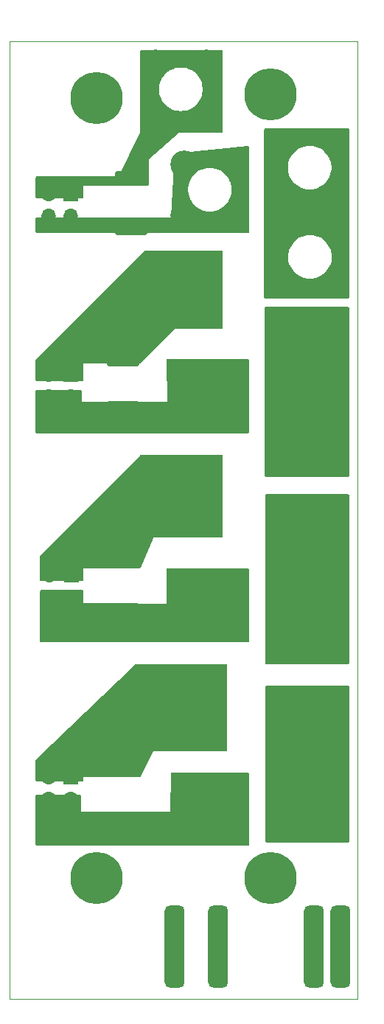
<source format=gbr>
%TF.GenerationSoftware,KiCad,Pcbnew,(6.0.11-0)*%
%TF.CreationDate,2024-06-01T13:31:21-07:00*%
%TF.ProjectId,SC_SQUID_biasBoard,53435f53-5155-4494-945f-62696173426f,v3D.0*%
%TF.SameCoordinates,Original*%
%TF.FileFunction,Copper,L1,Top*%
%TF.FilePolarity,Positive*%
%FSLAX46Y46*%
G04 Gerber Fmt 4.6, Leading zero omitted, Abs format (unit mm)*
G04 Created by KiCad (PCBNEW (6.0.11-0)) date 2024-06-01 13:31:21*
%MOMM*%
%LPD*%
G01*
G04 APERTURE LIST*
G04 Aperture macros list*
%AMRoundRect*
0 Rectangle with rounded corners*
0 $1 Rounding radius*
0 $2 $3 $4 $5 $6 $7 $8 $9 X,Y pos of 4 corners*
0 Add a 4 corners polygon primitive as box body*
4,1,4,$2,$3,$4,$5,$6,$7,$8,$9,$2,$3,0*
0 Add four circle primitives for the rounded corners*
1,1,$1+$1,$2,$3*
1,1,$1+$1,$4,$5*
1,1,$1+$1,$6,$7*
1,1,$1+$1,$8,$9*
0 Add four rect primitives between the rounded corners*
20,1,$1+$1,$2,$3,$4,$5,0*
20,1,$1+$1,$4,$5,$6,$7,0*
20,1,$1+$1,$6,$7,$8,$9,0*
20,1,$1+$1,$8,$9,$2,$3,0*%
G04 Aperture macros list end*
%TA.AperFunction,Profile*%
%ADD10C,0.100000*%
%TD*%
%TA.AperFunction,ComponentPad*%
%ADD11RoundRect,0.100000X-1.900000X-0.900000X1.900000X-0.900000X1.900000X0.900000X-1.900000X0.900000X0*%
%TD*%
%TA.AperFunction,SMDPad,CuDef*%
%ADD12R,4.000000X2.500000*%
%TD*%
%TA.AperFunction,ComponentPad*%
%ADD13C,8.500000*%
%TD*%
%TA.AperFunction,ComponentPad*%
%ADD14C,3.200000*%
%TD*%
%TA.AperFunction,ComponentPad*%
%ADD15R,2.540000X2.540000*%
%TD*%
%TA.AperFunction,ComponentPad*%
%ADD16R,1.700000X1.700000*%
%TD*%
%TA.AperFunction,ComponentPad*%
%ADD17O,1.700000X1.700000*%
%TD*%
%TA.AperFunction,SMDPad,CuDef*%
%ADD18RoundRect,0.165000X1.685000X-0.660000X1.685000X0.660000X-1.685000X0.660000X-1.685000X-0.660000X0*%
%TD*%
%TA.AperFunction,SMDPad,CuDef*%
%ADD19RoundRect,0.571500X-0.571500X-4.128500X0.571500X-4.128500X0.571500X4.128500X-0.571500X4.128500X0*%
%TD*%
%TA.AperFunction,SMDPad,CuDef*%
%ADD20RoundRect,0.571500X0.571500X4.128500X-0.571500X4.128500X-0.571500X-4.128500X0.571500X-4.128500X0*%
%TD*%
%TA.AperFunction,ComponentPad*%
%ADD21C,6.000000*%
%TD*%
G04 APERTURE END LIST*
D10*
X175000000Y-41000000D02*
X135000000Y-41000000D01*
X135000000Y-41000000D02*
X135000000Y-151000000D01*
X135000000Y-151000000D02*
X175000000Y-151000000D01*
X175000000Y-151000000D02*
X175000000Y-41000000D01*
D11*
%TO.P,J20,1,Pin_1*%
%TO.N,/TES_return_iv*%
X169500000Y-117500000D03*
X169500000Y-121500000D03*
D12*
X169500000Y-119500000D03*
%TD*%
D11*
%TO.P,J19,1,Pin_1*%
%TO.N,/TES_return_iv*%
X169500000Y-126500000D03*
X169500000Y-130500000D03*
D12*
X169500000Y-128500000D03*
%TD*%
D13*
%TO.P,J16,1,Pin_1*%
%TO.N,/TES_return_ii*%
X169470000Y-85920000D03*
%TD*%
%TO.P,J15,1,Pin_1*%
%TO.N,/TES_return_ii*%
X169470000Y-76420000D03*
%TD*%
D14*
%TO.P,J14,1,Pin_1*%
%TO.N,/TES_return_i*%
X166565000Y-68685000D03*
X172435000Y-62815000D03*
X172435000Y-68685000D03*
X166565000Y-62815000D03*
%TD*%
%TO.P,J13,1,Pin_1*%
%TO.N,/TES_return_i*%
X166540000Y-58435000D03*
X172410000Y-52565000D03*
X172410000Y-58435000D03*
X166540000Y-52565000D03*
%TD*%
D12*
%TO.P,J12,1,Pin_1*%
%TO.N,/SQUID_return_iv*%
X159000000Y-129200000D03*
D11*
X159000000Y-131200000D03*
X159000000Y-127200000D03*
%TD*%
%TO.P,J11,1,Pin_1*%
%TO.N,/TES_src_iv*%
X154000000Y-115500000D03*
X154000000Y-119500000D03*
D12*
X154000000Y-117500000D03*
%TD*%
D13*
%TO.P,J8,1,Pin_1*%
%TO.N,/SQUID_return_ii*%
X157970000Y-81680000D03*
%TD*%
%TO.P,J7,1,Pin_1*%
%TO.N,/TES_src_ii*%
X154645000Y-69420000D03*
%TD*%
D14*
%TO.P,J6,1,Pin_1*%
%TO.N,/SQUID_return_i*%
X155065000Y-55090000D03*
X160935000Y-60960000D03*
X160935000Y-55090000D03*
X155065000Y-60960000D03*
%TD*%
%TO.P,J5,1,Pin_1*%
%TO.N,/TES_src_i*%
X151740000Y-49435000D03*
X157610000Y-43565000D03*
X157610000Y-49435000D03*
X151740000Y-43565000D03*
%TD*%
D15*
%TO.P,J10,1,Pin_1*%
%TO.N,/SQUID_return_iii*%
X160540000Y-108200000D03*
X160540000Y-105660000D03*
X155460000Y-103120000D03*
X155460000Y-108200000D03*
X158000000Y-105660000D03*
X158000000Y-103120000D03*
X160540000Y-103120000D03*
X158000000Y-108200000D03*
X155460000Y-105660000D03*
%TD*%
D16*
%TO.P,J3,1,Pin_1*%
%TO.N,/TES_src_iii*%
X142140000Y-102250000D03*
D17*
%TO.P,J3,2,Pin_2*%
X139600000Y-102250000D03*
%TO.P,J3,3,Pin_3*%
%TO.N,/SQUID_return_iii*%
X142140000Y-104790000D03*
%TO.P,J3,4,Pin_4*%
X139600000Y-104790000D03*
%TD*%
D15*
%TO.P,J17,1,Pin_1*%
%TO.N,/TES_return_iii*%
X169500000Y-95320000D03*
X169500000Y-97860000D03*
X172040000Y-100400000D03*
X169500000Y-100400000D03*
X172040000Y-95320000D03*
X166960000Y-95320000D03*
X166960000Y-97860000D03*
X172040000Y-97860000D03*
X166960000Y-100400000D03*
%TD*%
D16*
%TO.P,J2,1,Pin_1*%
%TO.N,/TES_src_ii*%
X142000000Y-79250000D03*
D17*
%TO.P,J2,2,Pin_2*%
X139460000Y-79250000D03*
%TO.P,J2,3,Pin_3*%
%TO.N,/SQUID_return_ii*%
X142000000Y-81790000D03*
%TO.P,J2,4,Pin_4*%
X139460000Y-81790000D03*
%TD*%
D15*
%TO.P,J18,1,Pin_1*%
%TO.N,/TES_return_iii*%
X169500000Y-104820000D03*
X166960000Y-107360000D03*
X172040000Y-104820000D03*
X169500000Y-107360000D03*
X166960000Y-109900000D03*
X169500000Y-109900000D03*
X172040000Y-109900000D03*
X166960000Y-104820000D03*
X172040000Y-107360000D03*
%TD*%
D18*
%TO.P,R4,1*%
%TO.N,/TES_src_iv*%
X148000000Y-124650000D03*
%TO.P,R4,2*%
%TO.N,/SQUID_return_iv*%
X148000000Y-130350000D03*
%TD*%
%TO.P,R1,1*%
%TO.N,/TES_src_i*%
X148975000Y-56725000D03*
%TO.P,R1,2*%
%TO.N,/SQUID_return_i*%
X148975000Y-62425000D03*
%TD*%
%TO.P,R2,1*%
%TO.N,/TES_src_ii*%
X148000000Y-77450000D03*
%TO.P,R2,2*%
%TO.N,/SQUID_return_ii*%
X148000000Y-83150000D03*
%TD*%
D16*
%TO.P,J1,1,Pin_1*%
%TO.N,/TES_src_i*%
X142000000Y-58500000D03*
D17*
%TO.P,J1,2,Pin_2*%
X139460000Y-58500000D03*
%TO.P,J1,3,Pin_3*%
%TO.N,/SQUID_return_i*%
X142000000Y-61040000D03*
%TO.P,J1,4,Pin_4*%
X139460000Y-61040000D03*
%TD*%
D19*
%TO.P,HS1,1*%
%TO.N,unconnected-(HS1-Pad1)*%
X170000000Y-144950000D03*
%TD*%
D15*
%TO.P,J9,1,Pin_1*%
%TO.N,/TES_src_iii*%
X152135000Y-93000000D03*
X154675000Y-90460000D03*
X157215000Y-90460000D03*
X157215000Y-95540000D03*
X154675000Y-95540000D03*
X157215000Y-93000000D03*
X152135000Y-90460000D03*
X152135000Y-95540000D03*
X154675000Y-93000000D03*
%TD*%
D20*
%TO.P,HS4,1*%
%TO.N,unconnected-(HS4-Pad1)*%
X159000000Y-144950000D03*
%TD*%
D19*
%TO.P,HS2,1*%
%TO.N,unconnected-(HS2-Pad1)*%
X154000000Y-144950000D03*
%TD*%
%TO.P,HS3,1*%
%TO.N,unconnected-(HS3-Pad1)*%
X173000000Y-144950000D03*
%TD*%
D16*
%TO.P,J4,1,Pin_1*%
%TO.N,/TES_src_iv*%
X142000000Y-125500000D03*
D17*
%TO.P,J4,2,Pin_2*%
X139460000Y-125500000D03*
%TO.P,J4,3,Pin_3*%
%TO.N,/SQUID_return_iv*%
X142000000Y-128040000D03*
%TO.P,J4,4,Pin_4*%
X139460000Y-128040000D03*
%TD*%
D18*
%TO.P,R3,1*%
%TO.N,/TES_src_iii*%
X148000000Y-100650000D03*
%TO.P,R3,2*%
%TO.N,/SQUID_return_iii*%
X148000000Y-106350000D03*
%TD*%
D21*
%TO.P,H2,1*%
%TO.N,N/C*%
X145000000Y-47500000D03*
%TD*%
%TO.P,H4,1*%
%TO.N,N/C*%
X165000000Y-137050000D03*
%TD*%
%TO.P,H1,1*%
%TO.N,N/C*%
X145000000Y-137050000D03*
%TD*%
%TO.P,H3,1*%
%TO.N,N/C*%
X165000000Y-47050000D03*
%TD*%
%TA.AperFunction,Conductor*%
%TO.N,/SQUID_return_ii*%
G36*
X162442121Y-77520002D02*
G01*
X162488614Y-77573658D01*
X162500000Y-77626000D01*
X162500000Y-85874000D01*
X162479998Y-85942121D01*
X162426342Y-85988614D01*
X162374000Y-86000000D01*
X138126000Y-86000000D01*
X138057879Y-85979998D01*
X138011386Y-85926342D01*
X138000000Y-85874000D01*
X138000000Y-81126599D01*
X138020002Y-81058478D01*
X138073658Y-81011985D01*
X138126597Y-81000600D01*
X138477194Y-81002262D01*
X143151817Y-81024416D01*
X143219841Y-81044741D01*
X143266079Y-81098616D01*
X143277199Y-81148165D01*
X143300000Y-82425000D01*
X143313409Y-82424817D01*
X143313410Y-82424817D01*
X147427246Y-82368610D01*
X148023977Y-82360457D01*
X148026052Y-82360446D01*
X153100000Y-82375000D01*
X153099702Y-82360457D01*
X153002638Y-77628584D01*
X153021238Y-77560067D01*
X153073929Y-77512484D01*
X153128611Y-77500000D01*
X162374000Y-77500000D01*
X162442121Y-77520002D01*
G37*
%TD.AperFunction*%
%TD*%
%TA.AperFunction,Conductor*%
%TO.N,/TES_return_ii*%
G36*
X173942121Y-71520002D02*
G01*
X173988614Y-71573658D01*
X174000000Y-71626000D01*
X174000000Y-90874000D01*
X173979998Y-90942121D01*
X173926342Y-90988614D01*
X173874000Y-91000000D01*
X164426000Y-91000000D01*
X164357879Y-90979998D01*
X164311386Y-90926342D01*
X164300000Y-90874000D01*
X164300000Y-71626000D01*
X164320002Y-71557879D01*
X164373658Y-71511386D01*
X164426000Y-71500000D01*
X173874000Y-71500000D01*
X173942121Y-71520002D01*
G37*
%TD.AperFunction*%
%TD*%
%TA.AperFunction,Conductor*%
%TO.N,/SQUID_return_iv*%
G36*
X162442121Y-125020002D02*
G01*
X162488614Y-125073658D01*
X162500000Y-125126000D01*
X162500000Y-133224000D01*
X162479998Y-133292121D01*
X162426342Y-133338614D01*
X162374000Y-133350000D01*
X138126000Y-133350000D01*
X138057879Y-133329998D01*
X138011386Y-133276342D01*
X138000000Y-133224000D01*
X138000000Y-127626000D01*
X138020002Y-127557879D01*
X138073658Y-127511386D01*
X138126000Y-127500000D01*
X143100585Y-127500000D01*
X143168706Y-127520002D01*
X143215199Y-127573658D01*
X143226575Y-127624404D01*
X143250000Y-129475000D01*
X147720115Y-129472332D01*
X153471571Y-129468900D01*
X153471572Y-129468900D01*
X153489688Y-129468889D01*
X153499710Y-125125709D01*
X153519870Y-125057635D01*
X153573632Y-125011266D01*
X153625710Y-125000000D01*
X162374000Y-125000000D01*
X162442121Y-125020002D01*
G37*
%TD.AperFunction*%
%TD*%
%TA.AperFunction,Conductor*%
%TO.N,/TES_return_iv*%
G36*
X173942121Y-115020002D02*
G01*
X173988614Y-115073658D01*
X174000000Y-115126000D01*
X174000000Y-132874000D01*
X173979998Y-132942121D01*
X173926342Y-132988614D01*
X173874000Y-133000000D01*
X164526000Y-133000000D01*
X164457879Y-132979998D01*
X164411386Y-132926342D01*
X164400000Y-132874000D01*
X164400000Y-115126000D01*
X164420002Y-115057879D01*
X164473658Y-115011386D01*
X164526000Y-115000000D01*
X173874000Y-115000000D01*
X173942121Y-115020002D01*
G37*
%TD.AperFunction*%
%TD*%
%TA.AperFunction,Conductor*%
%TO.N,/TES_return_iii*%
G36*
X173942121Y-93020002D02*
G01*
X173988614Y-93073658D01*
X174000000Y-93126000D01*
X174000000Y-112374000D01*
X173979998Y-112442121D01*
X173926342Y-112488614D01*
X173874000Y-112500000D01*
X164476000Y-112500000D01*
X164407879Y-112479998D01*
X164361386Y-112426342D01*
X164350000Y-112374000D01*
X164350000Y-93126000D01*
X164370002Y-93057879D01*
X164423658Y-93011386D01*
X164476000Y-93000000D01*
X173874000Y-93000000D01*
X173942121Y-93020002D01*
G37*
%TD.AperFunction*%
%TD*%
%TA.AperFunction,Conductor*%
%TO.N,/TES_src_iv*%
G36*
X159942121Y-112520002D02*
G01*
X159988614Y-112573658D01*
X160000000Y-112626000D01*
X160000000Y-122374000D01*
X159979998Y-122442121D01*
X159926342Y-122488614D01*
X159874000Y-122500000D01*
X151500000Y-122500000D01*
X151492404Y-122515192D01*
X150034826Y-125430349D01*
X149986471Y-125482333D01*
X149922128Y-125500000D01*
X143500000Y-125500000D01*
X143500000Y-125874000D01*
X143479998Y-125942121D01*
X143426342Y-125988614D01*
X143374000Y-126000000D01*
X138126000Y-126000000D01*
X138057879Y-125979998D01*
X138011386Y-125926342D01*
X138000000Y-125874000D01*
X138000000Y-123553839D01*
X138020002Y-123485718D01*
X138038906Y-123462786D01*
X149463465Y-112534947D01*
X149526518Y-112502315D01*
X149550559Y-112500000D01*
X159874000Y-112500000D01*
X159942121Y-112520002D01*
G37*
%TD.AperFunction*%
%TD*%
%TA.AperFunction,Conductor*%
%TO.N,/TES_src_ii*%
G36*
X159442121Y-65020002D02*
G01*
X159488614Y-65073658D01*
X159500000Y-65126000D01*
X159500000Y-73874000D01*
X159479998Y-73942121D01*
X159426342Y-73988614D01*
X159374000Y-74000000D01*
X154000000Y-74000000D01*
X150036905Y-77963095D01*
X149974593Y-77997121D01*
X149947810Y-78000000D01*
X143500000Y-78000000D01*
X143500000Y-79874000D01*
X143479998Y-79942121D01*
X143426342Y-79988614D01*
X143374000Y-80000000D01*
X138126000Y-80000000D01*
X138057879Y-79979998D01*
X138011386Y-79926342D01*
X138000000Y-79874000D01*
X138000000Y-77552190D01*
X138020002Y-77484069D01*
X138036905Y-77463095D01*
X150463095Y-65036905D01*
X150525407Y-65002879D01*
X150552190Y-65000000D01*
X159374000Y-65000000D01*
X159442121Y-65020002D01*
G37*
%TD.AperFunction*%
%TD*%
%TA.AperFunction,Conductor*%
%TO.N,/TES_src_iii*%
G36*
X159442121Y-88520002D02*
G01*
X159488614Y-88573658D01*
X159500000Y-88626000D01*
X159500000Y-97874000D01*
X159479998Y-97942121D01*
X159426342Y-97988614D01*
X159374000Y-98000000D01*
X151500000Y-98000000D01*
X151492566Y-98017346D01*
X150032728Y-101423634D01*
X149987509Y-101478367D01*
X149916916Y-101500000D01*
X143500000Y-101500000D01*
X143500000Y-102874000D01*
X143479998Y-102942121D01*
X143426342Y-102988614D01*
X143374000Y-103000000D01*
X138626000Y-103000000D01*
X138557879Y-102979998D01*
X138511386Y-102926342D01*
X138500000Y-102874000D01*
X138500000Y-100052190D01*
X138520002Y-99984069D01*
X138536905Y-99963095D01*
X149963095Y-88536905D01*
X150025407Y-88502879D01*
X150052190Y-88500000D01*
X159374000Y-88500000D01*
X159442121Y-88520002D01*
G37*
%TD.AperFunction*%
%TD*%
%TA.AperFunction,Conductor*%
%TO.N,/TES_return_i*%
G36*
X173942121Y-51020002D02*
G01*
X173988614Y-51073658D01*
X174000000Y-51126000D01*
X174000000Y-70374000D01*
X173979998Y-70442121D01*
X173926342Y-70488614D01*
X173874000Y-70500000D01*
X164376000Y-70500000D01*
X164307879Y-70479998D01*
X164261386Y-70426342D01*
X164250000Y-70374000D01*
X164250000Y-65907318D01*
X166999500Y-65907318D01*
X167038934Y-66219473D01*
X167039920Y-66223312D01*
X167116194Y-66520383D01*
X167116197Y-66520391D01*
X167117181Y-66524225D01*
X167233006Y-66816766D01*
X167384584Y-67092484D01*
X167569522Y-67347030D01*
X167784906Y-67576390D01*
X168027337Y-67776947D01*
X168292993Y-67945537D01*
X168296572Y-67947221D01*
X168296579Y-67947225D01*
X168574095Y-68077814D01*
X168574099Y-68077816D01*
X168577685Y-68079503D01*
X168876921Y-68176731D01*
X169185985Y-68235688D01*
X169279489Y-68241571D01*
X169419422Y-68250375D01*
X169419438Y-68250376D01*
X169421417Y-68250500D01*
X169578583Y-68250500D01*
X169580562Y-68250376D01*
X169580578Y-68250375D01*
X169720511Y-68241571D01*
X169814015Y-68235688D01*
X170123079Y-68176731D01*
X170422315Y-68079503D01*
X170425901Y-68077816D01*
X170425905Y-68077814D01*
X170703421Y-67947225D01*
X170703428Y-67947221D01*
X170707007Y-67945537D01*
X170972663Y-67776947D01*
X171215094Y-67576390D01*
X171430478Y-67347030D01*
X171615416Y-67092484D01*
X171766994Y-66816766D01*
X171882819Y-66524225D01*
X171883803Y-66520391D01*
X171883806Y-66520383D01*
X171960080Y-66223312D01*
X171961066Y-66219473D01*
X172000500Y-65907318D01*
X172000500Y-65592682D01*
X171961066Y-65280527D01*
X171932193Y-65168074D01*
X171883806Y-64979617D01*
X171883803Y-64979609D01*
X171882819Y-64975775D01*
X171766994Y-64683234D01*
X171615416Y-64407516D01*
X171430478Y-64152970D01*
X171215094Y-63923610D01*
X170972663Y-63723053D01*
X170707007Y-63554463D01*
X170703428Y-63552779D01*
X170703421Y-63552775D01*
X170425905Y-63422186D01*
X170425901Y-63422184D01*
X170422315Y-63420497D01*
X170123079Y-63323269D01*
X169814015Y-63264312D01*
X169720511Y-63258429D01*
X169580578Y-63249625D01*
X169580562Y-63249624D01*
X169578583Y-63249500D01*
X169421417Y-63249500D01*
X169419438Y-63249624D01*
X169419422Y-63249625D01*
X169279489Y-63258429D01*
X169185985Y-63264312D01*
X168876921Y-63323269D01*
X168577685Y-63420497D01*
X168574099Y-63422184D01*
X168574095Y-63422186D01*
X168296579Y-63552775D01*
X168296572Y-63552779D01*
X168292993Y-63554463D01*
X168027337Y-63723053D01*
X167784906Y-63923610D01*
X167569522Y-64152970D01*
X167384584Y-64407516D01*
X167233006Y-64683234D01*
X167117181Y-64975775D01*
X167116197Y-64979609D01*
X167116194Y-64979617D01*
X167067807Y-65168074D01*
X167038934Y-65280527D01*
X166999500Y-65592682D01*
X166999500Y-65907318D01*
X164250000Y-65907318D01*
X164250000Y-55657318D01*
X166974500Y-55657318D01*
X167013934Y-55969473D01*
X167014920Y-55973312D01*
X167091194Y-56270383D01*
X167091197Y-56270391D01*
X167092181Y-56274225D01*
X167208006Y-56566766D01*
X167359584Y-56842484D01*
X167544522Y-57097030D01*
X167759906Y-57326390D01*
X168002337Y-57526947D01*
X168267993Y-57695537D01*
X168271572Y-57697221D01*
X168271579Y-57697225D01*
X168549095Y-57827814D01*
X168549099Y-57827816D01*
X168552685Y-57829503D01*
X168851921Y-57926731D01*
X169160985Y-57985688D01*
X169254489Y-57991571D01*
X169394422Y-58000375D01*
X169394438Y-58000376D01*
X169396417Y-58000500D01*
X169553583Y-58000500D01*
X169555562Y-58000376D01*
X169555578Y-58000375D01*
X169695511Y-57991571D01*
X169789015Y-57985688D01*
X170098079Y-57926731D01*
X170397315Y-57829503D01*
X170400901Y-57827816D01*
X170400905Y-57827814D01*
X170678421Y-57697225D01*
X170678428Y-57697221D01*
X170682007Y-57695537D01*
X170947663Y-57526947D01*
X171190094Y-57326390D01*
X171405478Y-57097030D01*
X171590416Y-56842484D01*
X171741994Y-56566766D01*
X171857819Y-56274225D01*
X171858803Y-56270391D01*
X171858806Y-56270383D01*
X171935080Y-55973312D01*
X171936066Y-55969473D01*
X171975500Y-55657318D01*
X171975500Y-55342682D01*
X171936066Y-55030527D01*
X171907193Y-54918074D01*
X171858806Y-54729617D01*
X171858803Y-54729609D01*
X171857819Y-54725775D01*
X171741994Y-54433234D01*
X171590416Y-54157516D01*
X171405478Y-53902970D01*
X171190094Y-53673610D01*
X170947663Y-53473053D01*
X170682007Y-53304463D01*
X170678428Y-53302779D01*
X170678421Y-53302775D01*
X170400905Y-53172186D01*
X170400901Y-53172184D01*
X170397315Y-53170497D01*
X170098079Y-53073269D01*
X169789015Y-53014312D01*
X169695511Y-53008429D01*
X169555578Y-52999625D01*
X169555562Y-52999624D01*
X169553583Y-52999500D01*
X169396417Y-52999500D01*
X169394438Y-52999624D01*
X169394422Y-52999625D01*
X169254489Y-53008429D01*
X169160985Y-53014312D01*
X168851921Y-53073269D01*
X168552685Y-53170497D01*
X168549099Y-53172184D01*
X168549095Y-53172186D01*
X168271579Y-53302775D01*
X168271572Y-53302779D01*
X168267993Y-53304463D01*
X168002337Y-53473053D01*
X167759906Y-53673610D01*
X167544522Y-53902970D01*
X167359584Y-54157516D01*
X167208006Y-54433234D01*
X167092181Y-54725775D01*
X167091197Y-54729609D01*
X167091194Y-54729617D01*
X167042807Y-54918074D01*
X167013934Y-55030527D01*
X166974500Y-55342682D01*
X166974500Y-55657318D01*
X164250000Y-55657318D01*
X164250000Y-51126000D01*
X164270002Y-51057879D01*
X164323658Y-51011386D01*
X164376000Y-51000000D01*
X173874000Y-51000000D01*
X173942121Y-51020002D01*
G37*
%TD.AperFunction*%
%TD*%
%TA.AperFunction,Conductor*%
%TO.N,/SQUID_return_i*%
G36*
X162430942Y-53027196D02*
G01*
X162482670Y-53075824D01*
X162500000Y-53139595D01*
X162500000Y-62874000D01*
X162479998Y-62942121D01*
X162426342Y-62988614D01*
X162374000Y-63000000D01*
X138126000Y-63000000D01*
X138057879Y-62979998D01*
X138011386Y-62926342D01*
X138000000Y-62874000D01*
X138000000Y-61326000D01*
X138020002Y-61257879D01*
X138073658Y-61211386D01*
X138126000Y-61200000D01*
X153500000Y-61200000D01*
X153695686Y-58182318D01*
X155499500Y-58182318D01*
X155538934Y-58494473D01*
X155539920Y-58498312D01*
X155616194Y-58795383D01*
X155616197Y-58795391D01*
X155617181Y-58799225D01*
X155733006Y-59091766D01*
X155884584Y-59367484D01*
X155886912Y-59370688D01*
X155886915Y-59370693D01*
X156021077Y-59555351D01*
X156069522Y-59622030D01*
X156284906Y-59851390D01*
X156527337Y-60051947D01*
X156792993Y-60220537D01*
X156796572Y-60222221D01*
X156796579Y-60222225D01*
X157074095Y-60352814D01*
X157074099Y-60352816D01*
X157077685Y-60354503D01*
X157376921Y-60451731D01*
X157685985Y-60510688D01*
X157779489Y-60516571D01*
X157919422Y-60525375D01*
X157919438Y-60525376D01*
X157921417Y-60525500D01*
X158078583Y-60525500D01*
X158080562Y-60525376D01*
X158080578Y-60525375D01*
X158220511Y-60516571D01*
X158314015Y-60510688D01*
X158623079Y-60451731D01*
X158922315Y-60354503D01*
X158925901Y-60352816D01*
X158925905Y-60352814D01*
X159203421Y-60222225D01*
X159203428Y-60222221D01*
X159207007Y-60220537D01*
X159472663Y-60051947D01*
X159715094Y-59851390D01*
X159930478Y-59622030D01*
X159978923Y-59555351D01*
X160113085Y-59370693D01*
X160113088Y-59370688D01*
X160115416Y-59367484D01*
X160266994Y-59091766D01*
X160382819Y-58799225D01*
X160383803Y-58795391D01*
X160383806Y-58795383D01*
X160460080Y-58498312D01*
X160461066Y-58494473D01*
X160500500Y-58182318D01*
X160500500Y-57867682D01*
X160470506Y-57630252D01*
X160461563Y-57559459D01*
X160461562Y-57559455D01*
X160461066Y-57555527D01*
X160426177Y-57419642D01*
X160383806Y-57254617D01*
X160383803Y-57254609D01*
X160382819Y-57250775D01*
X160266994Y-56958234D01*
X160115416Y-56682516D01*
X159930478Y-56427970D01*
X159715094Y-56198610D01*
X159472663Y-55998053D01*
X159207007Y-55829463D01*
X159203428Y-55827779D01*
X159203421Y-55827775D01*
X158925905Y-55697186D01*
X158925901Y-55697184D01*
X158922315Y-55695497D01*
X158623079Y-55598269D01*
X158314015Y-55539312D01*
X158220511Y-55533429D01*
X158080578Y-55524625D01*
X158080562Y-55524624D01*
X158078583Y-55524500D01*
X157921417Y-55524500D01*
X157919438Y-55524624D01*
X157919422Y-55524625D01*
X157779489Y-55533429D01*
X157685985Y-55539312D01*
X157376921Y-55598269D01*
X157077685Y-55695497D01*
X157074099Y-55697184D01*
X157074095Y-55697186D01*
X156796579Y-55827775D01*
X156796572Y-55827779D01*
X156792993Y-55829463D01*
X156527337Y-55998053D01*
X156284906Y-56198610D01*
X156069522Y-56427970D01*
X155884584Y-56682516D01*
X155733006Y-56958234D01*
X155617181Y-57250775D01*
X155616197Y-57254609D01*
X155616194Y-57254617D01*
X155573823Y-57419642D01*
X155538934Y-57555527D01*
X155538438Y-57559455D01*
X155538437Y-57559459D01*
X155529494Y-57630252D01*
X155499500Y-57867682D01*
X155499500Y-58182318D01*
X153695686Y-58182318D01*
X153968106Y-53981311D01*
X153992474Y-53914628D01*
X154049026Y-53871704D01*
X154080977Y-53864123D01*
X162361135Y-53014253D01*
X162430942Y-53027196D01*
G37*
%TD.AperFunction*%
%TD*%
%TA.AperFunction,Conductor*%
%TO.N,/TES_src_i*%
G36*
X159442121Y-42020002D02*
G01*
X159488614Y-42073658D01*
X159500000Y-42126000D01*
X159500000Y-51374000D01*
X159479998Y-51442121D01*
X159426342Y-51488614D01*
X159374000Y-51500000D01*
X154500000Y-51500000D01*
X151000000Y-54500000D01*
X151000000Y-57424000D01*
X150979998Y-57492121D01*
X150926342Y-57538614D01*
X150874000Y-57550000D01*
X143500000Y-57550000D01*
X143500000Y-58874000D01*
X143479998Y-58942121D01*
X143426342Y-58988614D01*
X143374000Y-59000000D01*
X138126000Y-59000000D01*
X138057879Y-58979998D01*
X138011386Y-58926342D01*
X138000000Y-58874000D01*
X138000000Y-56626000D01*
X138020002Y-56557879D01*
X138073658Y-56511386D01*
X138126000Y-56500000D01*
X147500000Y-56500000D01*
X150000000Y-51500000D01*
X150000000Y-46657318D01*
X152174500Y-46657318D01*
X152213934Y-46969473D01*
X152214920Y-46973312D01*
X152291194Y-47270383D01*
X152291197Y-47270391D01*
X152292181Y-47274225D01*
X152408006Y-47566766D01*
X152559584Y-47842484D01*
X152744522Y-48097030D01*
X152809731Y-48166470D01*
X152932482Y-48297186D01*
X152959906Y-48326390D01*
X153202337Y-48526947D01*
X153467993Y-48695537D01*
X153471572Y-48697221D01*
X153471579Y-48697225D01*
X153749095Y-48827814D01*
X153749099Y-48827816D01*
X153752685Y-48829503D01*
X154051921Y-48926731D01*
X154360985Y-48985688D01*
X154454489Y-48991571D01*
X154594422Y-49000375D01*
X154594438Y-49000376D01*
X154596417Y-49000500D01*
X154753583Y-49000500D01*
X154755562Y-49000376D01*
X154755578Y-49000375D01*
X154895511Y-48991571D01*
X154989015Y-48985688D01*
X155298079Y-48926731D01*
X155597315Y-48829503D01*
X155600901Y-48827816D01*
X155600905Y-48827814D01*
X155878421Y-48697225D01*
X155878428Y-48697221D01*
X155882007Y-48695537D01*
X156147663Y-48526947D01*
X156390094Y-48326390D01*
X156417519Y-48297186D01*
X156540269Y-48166470D01*
X156605478Y-48097030D01*
X156790416Y-47842484D01*
X156941994Y-47566766D01*
X157057819Y-47274225D01*
X157058803Y-47270391D01*
X157058806Y-47270383D01*
X157135080Y-46973312D01*
X157136066Y-46969473D01*
X157175500Y-46657318D01*
X157175500Y-46342682D01*
X157136066Y-46030527D01*
X157077216Y-45801321D01*
X157058806Y-45729617D01*
X157058803Y-45729609D01*
X157057819Y-45725775D01*
X156941994Y-45433234D01*
X156790416Y-45157516D01*
X156677282Y-45001799D01*
X156607806Y-44906174D01*
X156607805Y-44906172D01*
X156605478Y-44902970D01*
X156390094Y-44673610D01*
X156147663Y-44473053D01*
X155882007Y-44304463D01*
X155878428Y-44302779D01*
X155878421Y-44302775D01*
X155600905Y-44172186D01*
X155600901Y-44172184D01*
X155597315Y-44170497D01*
X155298079Y-44073269D01*
X154989015Y-44014312D01*
X154895511Y-44008429D01*
X154755578Y-43999625D01*
X154755562Y-43999624D01*
X154753583Y-43999500D01*
X154596417Y-43999500D01*
X154594438Y-43999624D01*
X154594422Y-43999625D01*
X154454489Y-44008429D01*
X154360985Y-44014312D01*
X154051921Y-44073269D01*
X153752685Y-44170497D01*
X153749099Y-44172184D01*
X153749095Y-44172186D01*
X153471579Y-44302775D01*
X153471572Y-44302779D01*
X153467993Y-44304463D01*
X153202337Y-44473053D01*
X152959906Y-44673610D01*
X152744522Y-44902970D01*
X152742195Y-44906172D01*
X152742194Y-44906174D01*
X152672719Y-45001799D01*
X152559584Y-45157516D01*
X152408006Y-45433234D01*
X152292181Y-45725775D01*
X152291197Y-45729609D01*
X152291194Y-45729617D01*
X152272784Y-45801321D01*
X152213934Y-46030527D01*
X152174500Y-46342682D01*
X152174500Y-46657318D01*
X150000000Y-46657318D01*
X150000000Y-42126000D01*
X150020002Y-42057879D01*
X150073658Y-42011386D01*
X150126000Y-42000000D01*
X159374000Y-42000000D01*
X159442121Y-42020002D01*
G37*
%TD.AperFunction*%
%TD*%
%TA.AperFunction,Conductor*%
%TO.N,/SQUID_return_iii*%
G36*
X162442121Y-101520002D02*
G01*
X162488614Y-101573658D01*
X162500000Y-101626000D01*
X162500000Y-109874000D01*
X162479998Y-109942121D01*
X162426342Y-109988614D01*
X162374000Y-110000000D01*
X138626000Y-110000000D01*
X138557879Y-109979998D01*
X138511386Y-109926342D01*
X138500000Y-109874000D01*
X138500000Y-104125365D01*
X138520002Y-104057244D01*
X138573658Y-104010751D01*
X138625364Y-103999367D01*
X141827264Y-103983196D01*
X143321484Y-103975649D01*
X143389705Y-103995306D01*
X143436468Y-104048727D01*
X143448106Y-104103504D01*
X143427254Y-105518288D01*
X153002254Y-105568288D01*
X153000070Y-101626070D01*
X153020034Y-101557938D01*
X153073664Y-101511415D01*
X153126070Y-101500000D01*
X162374000Y-101500000D01*
X162442121Y-101520002D01*
G37*
%TD.AperFunction*%
%TD*%
M02*

</source>
